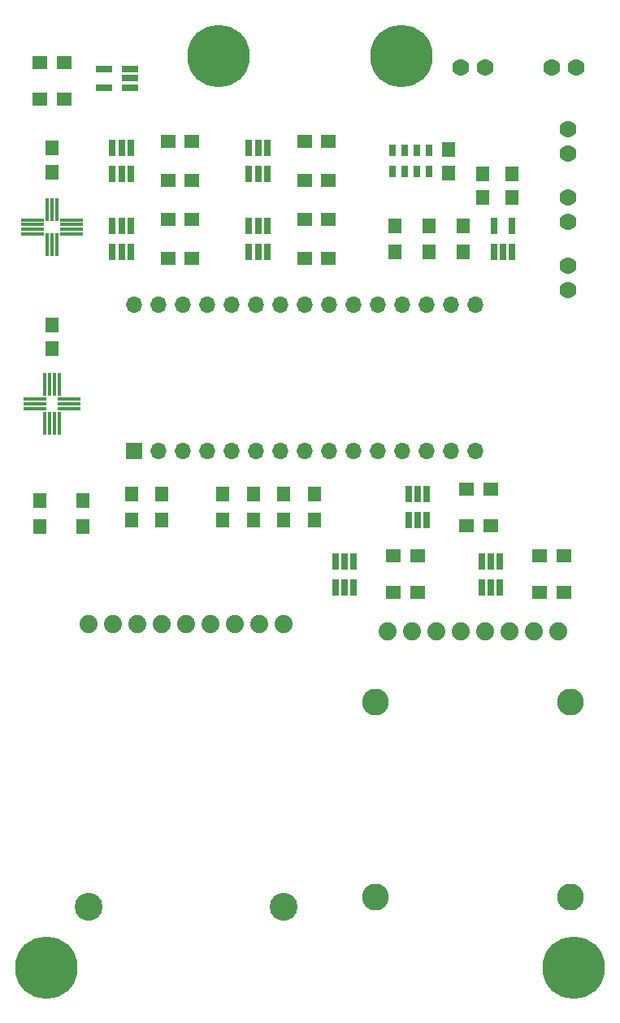
<source format=gts>
G04 #@! TF.FileFunction,Soldermask,Top*
%FSLAX46Y46*%
G04 Gerber Fmt 4.6, Leading zero omitted, Abs format (unit mm)*
G04 Created by KiCad (PCBNEW 4.0.7) date 04/10/18 20:33:09*
%MOMM*%
%LPD*%
G01*
G04 APERTURE LIST*
%ADD10C,0.100000*%
%ADD11C,1.770000*%
%ADD12R,0.750000X1.660000*%
%ADD13R,1.700000X1.700000*%
%ADD14O,1.700000X1.700000*%
%ADD15R,1.350000X1.600000*%
%ADD16R,1.600000X1.350000*%
%ADD17R,1.400000X1.600000*%
%ADD18C,2.900000*%
%ADD19C,1.880000*%
%ADD20C,2.800000*%
%ADD21R,1.660000X0.750000*%
%ADD22R,2.420000X0.450000*%
%ADD23R,0.450000X2.420000*%
%ADD24C,6.500000*%
%ADD25R,0.700000X1.200000*%
G04 APERTURE END LIST*
D10*
D11*
X125730000Y-53213000D03*
X123190000Y-53213000D03*
D12*
X119695000Y-97710000D03*
X118745000Y-97710000D03*
X117795000Y-97710000D03*
X117795000Y-100410000D03*
X119695000Y-100410000D03*
X118745000Y-100410000D03*
D13*
X89217500Y-93154500D03*
D14*
X122237500Y-77914500D03*
X91757500Y-93154500D03*
X119697500Y-77914500D03*
X94297500Y-93154500D03*
X117157500Y-77914500D03*
X96837500Y-93154500D03*
X114617500Y-77914500D03*
X99377500Y-93154500D03*
X112077500Y-77914500D03*
X101917500Y-93154500D03*
X109537500Y-77914500D03*
X104457500Y-93154500D03*
X106997500Y-77914500D03*
X106997500Y-93154500D03*
X104457500Y-77914500D03*
X109537500Y-93154500D03*
X101917500Y-77914500D03*
X112077500Y-93154500D03*
X99377500Y-77914500D03*
X114617500Y-93154500D03*
X96837500Y-77914500D03*
X117157500Y-93154500D03*
X94297500Y-77914500D03*
X119697500Y-93154500D03*
X91757500Y-77914500D03*
X122237500Y-93154500D03*
X89217500Y-77914500D03*
X124777500Y-93154500D03*
X124777500Y-77914500D03*
D15*
X80645000Y-82530000D03*
X80645000Y-80030000D03*
X80645000Y-64115000D03*
X80645000Y-61615000D03*
X121920000Y-64242000D03*
X121920000Y-61742000D03*
D16*
X81895000Y-52705000D03*
X79395000Y-52705000D03*
X81895000Y-56515000D03*
X79395000Y-56515000D03*
D15*
X128524000Y-66782000D03*
X128524000Y-64282000D03*
X125476000Y-66782000D03*
X125476000Y-64282000D03*
D16*
X106954000Y-60960000D03*
X109454000Y-60960000D03*
X106954000Y-65024000D03*
X109454000Y-65024000D03*
X92730000Y-69088000D03*
X95230000Y-69088000D03*
X92730000Y-73152000D03*
X95230000Y-73152000D03*
X106954000Y-69088000D03*
X109454000Y-69088000D03*
X106954000Y-73152000D03*
X109454000Y-73152000D03*
X92730000Y-60960000D03*
X95230000Y-60960000D03*
X92730000Y-65024000D03*
X95230000Y-65024000D03*
X116225000Y-107950000D03*
X118725000Y-107950000D03*
X116225000Y-104140000D03*
X118725000Y-104140000D03*
X123845000Y-97155000D03*
X126345000Y-97155000D03*
X123845000Y-100965000D03*
X126345000Y-100965000D03*
X131465000Y-104140000D03*
X133965000Y-104140000D03*
X131465000Y-107950000D03*
X133965000Y-107950000D03*
D11*
X135255000Y-53213000D03*
X132715000Y-53213000D03*
X134366000Y-76454000D03*
X134366000Y-73914000D03*
X134366000Y-69342000D03*
X134366000Y-66802000D03*
X134366000Y-62230000D03*
X134366000Y-59690000D03*
D17*
X98425000Y-100410000D03*
X98425000Y-97710000D03*
X101600000Y-100410000D03*
X101600000Y-97710000D03*
X123444000Y-69770000D03*
X123444000Y-72470000D03*
X119888000Y-69770000D03*
X119888000Y-72470000D03*
X116332000Y-69770000D03*
X116332000Y-72470000D03*
D18*
X104775000Y-140716000D03*
X84455000Y-140716000D03*
D19*
X104775000Y-111252000D03*
X102235000Y-111252000D03*
X99695000Y-111252000D03*
X97155000Y-111252000D03*
X94615000Y-111252000D03*
X92075000Y-111252000D03*
X89535000Y-111252000D03*
X86995000Y-111252000D03*
X84455000Y-111252000D03*
X133350000Y-112014000D03*
X130810000Y-112014000D03*
X125730000Y-112014000D03*
X128270000Y-112014000D03*
X123190000Y-112014000D03*
X120650000Y-112014000D03*
X118110000Y-112014000D03*
X115570000Y-112014000D03*
D20*
X114300000Y-139700000D03*
X134620000Y-139700000D03*
X134620000Y-119380000D03*
X114300000Y-119380000D03*
D17*
X88900000Y-100410000D03*
X88900000Y-97710000D03*
X92075000Y-100410000D03*
X92075000Y-97710000D03*
X104775000Y-100410000D03*
X104775000Y-97710000D03*
X107950000Y-100410000D03*
X107950000Y-97710000D03*
D21*
X88726000Y-55306000D03*
X88726000Y-54356000D03*
X88726000Y-53406000D03*
X86026000Y-53406000D03*
X86026000Y-55306000D03*
D12*
X126685000Y-72470000D03*
X127635000Y-72470000D03*
X128585000Y-72470000D03*
X128585000Y-69770000D03*
X126685000Y-69770000D03*
X103058000Y-61642000D03*
X102108000Y-61642000D03*
X101158000Y-61642000D03*
X101158000Y-64342000D03*
X103058000Y-64342000D03*
X102108000Y-64342000D03*
X88834000Y-69770000D03*
X87884000Y-69770000D03*
X86934000Y-69770000D03*
X86934000Y-72470000D03*
X88834000Y-72470000D03*
X87884000Y-72470000D03*
X103058000Y-69770000D03*
X102108000Y-69770000D03*
X101158000Y-69770000D03*
X101158000Y-72470000D03*
X103058000Y-72470000D03*
X102108000Y-72470000D03*
X88834000Y-61642000D03*
X87884000Y-61642000D03*
X86934000Y-61642000D03*
X86934000Y-64342000D03*
X88834000Y-64342000D03*
X87884000Y-64342000D03*
X110175000Y-107395000D03*
X111125000Y-107395000D03*
X112075000Y-107395000D03*
X112075000Y-104695000D03*
X110175000Y-104695000D03*
X111125000Y-104695000D03*
X127315000Y-104695000D03*
X126365000Y-104695000D03*
X125415000Y-104695000D03*
X125415000Y-107395000D03*
X127315000Y-107395000D03*
X126365000Y-107395000D03*
D22*
X78850000Y-88765000D03*
X78850000Y-88265000D03*
X78850000Y-87765000D03*
D23*
X79895000Y-86220000D03*
X80395000Y-86220000D03*
X80895000Y-86220000D03*
X81395000Y-86220000D03*
D22*
X82440000Y-88765000D03*
X82440000Y-88265000D03*
X82440000Y-87765000D03*
D23*
X79895000Y-90310000D03*
X80395000Y-90310000D03*
X80895000Y-90310000D03*
X81395000Y-90310000D03*
X80145000Y-68055000D03*
X80645000Y-68055000D03*
X81145000Y-68055000D03*
D22*
X82690000Y-69100000D03*
X82690000Y-69600000D03*
X82690000Y-70100000D03*
X82690000Y-70600000D03*
D23*
X80145000Y-71645000D03*
X80645000Y-71645000D03*
X81145000Y-71645000D03*
D22*
X78600000Y-69100000D03*
X78600000Y-69600000D03*
X78600000Y-70100000D03*
X78600000Y-70600000D03*
D24*
X117000000Y-52000000D03*
X98000000Y-52000000D03*
X80000000Y-147000000D03*
X135000000Y-147000000D03*
D25*
X116128000Y-64092000D03*
X117378000Y-64092000D03*
X118628000Y-64092000D03*
X119878000Y-64092000D03*
X119878000Y-61892000D03*
X118628000Y-61892000D03*
X117378000Y-61892000D03*
X116128000Y-61892000D03*
D17*
X83820000Y-98345000D03*
X83820000Y-101045000D03*
X79375000Y-101045000D03*
X79375000Y-98345000D03*
M02*

</source>
